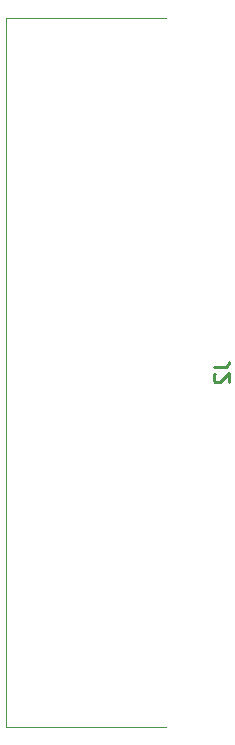
<source format=gbr>
%TF.GenerationSoftware,KiCad,Pcbnew,(6.0.8)*%
%TF.CreationDate,2024-08-14T07:32:43+02:00*%
%TF.ProjectId,FUSE_TestBoard,46555345-5f54-4657-9374-426f6172642e,rev?*%
%TF.SameCoordinates,Original*%
%TF.FileFunction,Legend,Bot*%
%TF.FilePolarity,Positive*%
%FSLAX46Y46*%
G04 Gerber Fmt 4.6, Leading zero omitted, Abs format (unit mm)*
G04 Created by KiCad (PCBNEW (6.0.8)) date 2024-08-14 07:32:43*
%MOMM*%
%LPD*%
G01*
G04 APERTURE LIST*
%ADD10C,0.254000*%
%ADD11C,0.100000*%
G04 APERTURE END LIST*
D10*
%TO.C,J2*%
X198641823Y-113104666D02*
X199548966Y-113104666D01*
X199730395Y-113044190D01*
X199851347Y-112923238D01*
X199911823Y-112741809D01*
X199911823Y-112620857D01*
X198762776Y-113648952D02*
X198702300Y-113709428D01*
X198641823Y-113830380D01*
X198641823Y-114132761D01*
X198702300Y-114253714D01*
X198762776Y-114314190D01*
X198883728Y-114374666D01*
X199004680Y-114374666D01*
X199186109Y-114314190D01*
X199911823Y-113588476D01*
X199911823Y-114374666D01*
D11*
X181087300Y-143528000D02*
X194587300Y-143528000D01*
X181087300Y-83528000D02*
X181087300Y-143528000D01*
X194587300Y-83528000D02*
X181087300Y-83528000D01*
%TD*%
M02*

</source>
